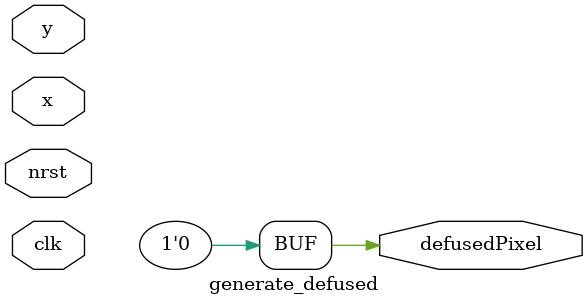
<source format=sv>
module generate_defused (
// This module intakes coordinates of the blocks containing the defused and outputs the pixel the defused is on
input logic clk, nrst,
input logic [8:0] x,
input logic [7:0] y,
output logic defusedPixel
);
logic defusedDetect; // 1 bit since boolean 0 or 1


logic [8:0] array_horX[15:0];
logic [7:0] array_horY[15:0];
logic [8:0] array_verX[15:0];
logic [7:0] array_verY[15:0];
logic [8:0] SCo;
logic [7:0] SPo;

logic [8:0] firBotDx;
logic [8:0] firTopDx;
logic [7:0] firBotDy;
logic [7:0] firTopDy;
logic [8:0] lasBotDx;
logic [8:0] lasTopDx;
logic [7:0] lasBotDy;
logic [7:0] lasTopDy;

assign defusedPixel = 0;
endmodule

/*

initial begin
// Initialize array_horX
array_horX[0] = 9'd004;
array_horX[1] = 9'd004;
array_horX[2] = 9'd033;
array_horX[3] = 9'd033;
array_horX[4] = 9'd033;
array_horX[5] = 9'd066;
array_horX[6] = 9'd066;
array_horX[7] = 9'd066;
array_horX[8] = 9'd101;
array_horX[9] = 9'd128;
array_horX[10] = 9'd128;
array_horX[11] = 9'd157;
array_horX[12] = 9'd157;
array_horX[13] = 9'd157;
array_horX[14] = 9'd190;
array_horX[15] = 9'd190;
end
initial begin
// Initialize array_horY
array_horY[0] = 8'd042;
array_horY[1] = 8'd000;
array_horY[2] = 8'd000;
array_horY[3] = 8'd021;
array_horY[4] = 8'd042;
array_horY[5] = 8'd000;
array_horY[6] = 8'd021;
array_horY[7] = 8'd042;
array_horY[8] = 8'd000;
array_horY[9] = 8'd021;
array_horY[10] = 8'd042;
array_horY[11] = 8'd000;
array_horY[12] = 8'd021;
array_horY[13] = 8'd042;
array_horY[14] = 8'd000;
array_horY[15] = 8'd042;
end

initial begin
// Initialize array_verX
array_verX[0] = 9'd000;
array_verX[1] = 9'd000;
array_verX[2] = 9'd052;
array_verX[3] = 9'd052;
array_verX[4] = 9'd062;
array_verX[5] = 9'd085;
array_verX[6] = 9'd095;
array_verX[7] = 9'd095;
array_verX[8] = 9'd118;
array_verX[9] = 9'd118;
array_verX[10] = 9'd147;
array_verX[11] = 9'd147;
array_verX[12] = 9'd176;
array_verX[13] = 9'd176;
array_verX[14] = 9'd186;
array_verX[15] = 9'd186;
end
initial begin
// Initialize array_verY
array_verY[0] = 8'd003;
array_verY[1] = 8'd024;
array_verY[2] = 8'd003;
array_verY[3] = 8'd024;
array_verY[4] = 8'd003;
array_verY[5] = 8'd024;
array_verY[6] = 8'd003;
array_verY[7] = 8'd024;
array_verY[8] = 8'd003;
array_verY[9] = 8'd024;
array_verY[10] = 8'd003;
array_verY[11] = 8'd024;
array_verY[12] = 8'd003;
array_verY[13] = 8'd024;
array_verY[14] = 8'd003;
array_verY[15] = 8'd024;
end

always_comb begin
defusedDetect = 0;

for (integer i = 0; i < 16; i++) begin
SCo = 55 + array_horX[i];
SPo = 96 + array_horY[i];
if
( 
(
((y == SPo + 0) || (y == SPo + 4))
&&((x >= SCo + 2) && (x <= SCo + 17))
)
||(
((y == SPo + 1) || (y == SPo + 3))
&&((x >= SCo + 1) && (x <= SCo + 18))
)
||(
(y == SPo + 2)
&&((x >= SCo + 0) && (x <= SCo + 19))
)
) begin
defusedDetect = 1;
end
end


for (integer j = 0; j < 16; j++) begin
SCo = 55 + array_verX[j];
SPo = 96 + array_verY[j];
if
( 
(
((x == SCo + 0) || (x == SCo + 4))
&&((y >= SPo + 2) && (y <= SPo + 17))
)
||(
((x == SCo + 1) || (x == SCo + 3))
&&((y >= SPo + 1) && (y <= SPo + 18))
)
||(
(x == SCo + 2)
&&((y >= SPo + 0) && (y <= SPo + 19))
)
) begin
defusedDetect = 1;
end 
end

// first bottom D
firBotDx = 55 + 200;
firBotDy = 96 + 6;
if
( 
(
((x == firBotDx + 0) || (x == firBotDx + 4))
&&((y >= firBotDy + 0) && (y <= firBotDy + 14))
)
||(
((x == firBotDx + 1) || (x == firBotDx + 3))
&&((y >= firBotDy + 0) && (y <= firBotDy + 15))
)
||(
(x == firBotDx + 2)
&&((y >= firBotDy + 0) && (y <= firBotDy + 16))
)
) begin
defusedDetect = 1;
end

// last bottom D
lasBotDx = 55 + 14;
lasBotDy = 96 + 6;
if
( 
(
((x == lasBotDx + 0) || (x == lasBotDx + 4))
&&((y >= lasBotDy + 0) && (y <= lasBotDy + 14))
)
||(
((x == lasBotDx + 1) || (x == lasBotDx + 3))
&&((y >= lasBotDy + 0) && (y <= lasBotDy + 15))
)
||(
(x == lasBotDx + 2)
&&((y >= lasBotDy + 0) && (y <= lasBotDy + 16))
)
) begin
defusedDetect = 1;
end

// first top D
firTopDx = 55 + 200;
firTopDy = 96 + 24;
if
( 
(
((x == firTopDx + 0) || (x == firTopDx + 4))
&&((y >= firTopDy + 2) && (y <= firTopDy + 16))
)
||(
((x == firTopDx + 1) || (x == firTopDx + 3))
&&((y >= firTopDy + 1) && (y <= firTopDy + 16))
)
||(
(x == firTopDx + 2)
&&((y >= firTopDy + 0) && (y <= firTopDy + 16))
)
) begin
defusedDetect = 1;
end

// last top D
lasTopDx = 55 + 14;
lasTopDy = 96 + 24;
if
( 
(
((x == lasTopDx + 0) || (x == lasTopDx + 4))
&&((y >= lasTopDy + 2) && (y <= lasTopDy + 16))
)
||(
((x == lasTopDx + 1) || (x == lasTopDx + 3))
&&((y >= lasTopDy + 1) && (y <= lasTopDy + 16))
)
||(
(x == lasTopDx + 2)
&&((y >= lasTopDy + 0) && (y <= lasTopDy + 16))
)
) begin
defusedDetect = 1;
end
end

always_ff @(posedge clk) begin
defusedPixel <= defusedDetect;
end
endmodule
</source>
